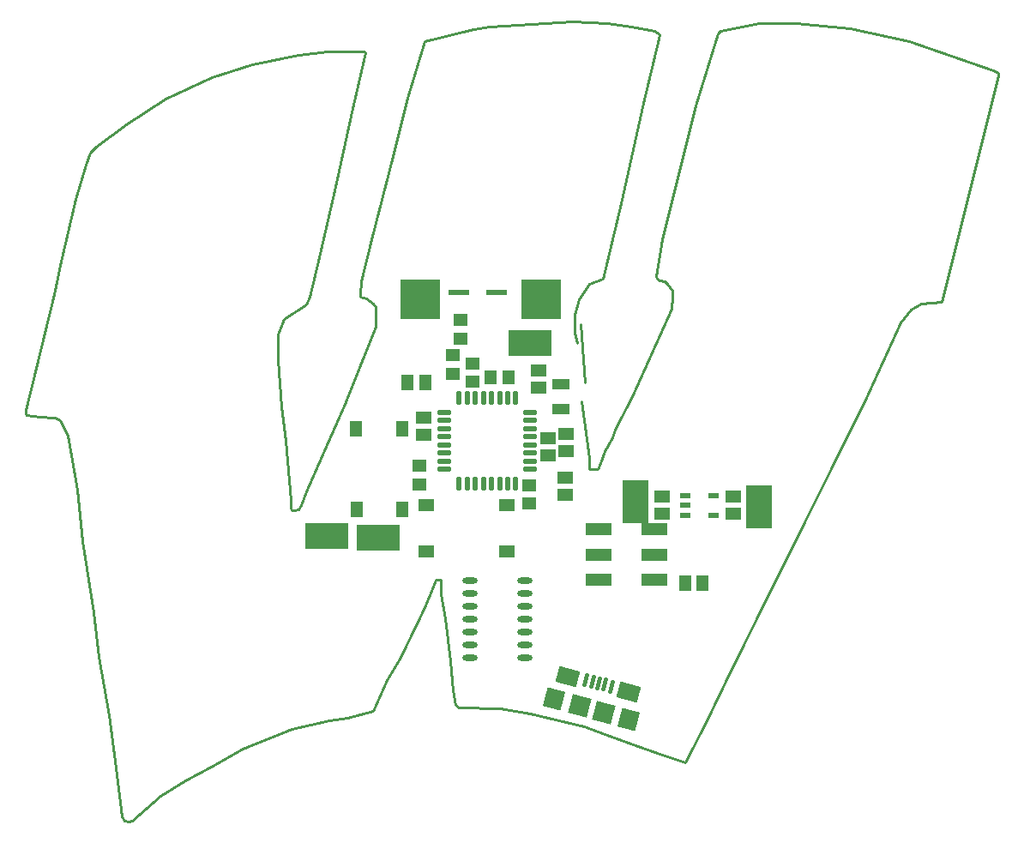
<source format=gbp>
G04*
G04 #@! TF.GenerationSoftware,Altium Limited,Altium Designer,18.0.9 (584)*
G04*
G04 Layer_Color=128*
%FSLAX25Y25*%
%MOIN*%
G70*
G01*
G75*
%ADD10C,0.01000*%
%ADD27R,0.05118X0.05906*%
%ADD28R,0.05906X0.05118*%
%ADD80R,0.07087X0.03937*%
%ADD81R,0.06102X0.05118*%
%ADD82R,0.05118X0.06102*%
%ADD83R,0.03937X0.02362*%
%ADD84R,0.16535X0.10236*%
%ADD85R,0.10236X0.16535*%
%ADD86R,0.09843X0.04724*%
%ADD87R,0.05512X0.04724*%
%ADD88R,0.04724X0.05512*%
%ADD89R,0.15748X0.15748*%
G04:AMPARAMS|DCode=90|XSize=15.75mil|YSize=53.15mil|CornerRadius=0mil|HoleSize=0mil|Usage=FLASHONLY|Rotation=165.000|XOffset=0mil|YOffset=0mil|HoleType=Round|Shape=Rectangle|*
%AMROTATEDRECTD90*
4,1,4,0.01448,0.02363,0.00073,-0.02771,-0.01448,-0.02363,-0.00073,0.02771,0.01448,0.02363,0.0*
%
%ADD90ROTATEDRECTD90*%

G04:AMPARAMS|DCode=91|XSize=82.68mil|YSize=62.99mil|CornerRadius=0mil|HoleSize=0mil|Usage=FLASHONLY|Rotation=165.000|XOffset=0mil|YOffset=0mil|HoleType=Round|Shape=Rectangle|*
%AMROTATEDRECTD91*
4,1,4,0.04808,0.01972,0.03178,-0.04112,-0.04808,-0.01972,-0.03178,0.04112,0.04808,0.01972,0.0*
%
%ADD91ROTATEDRECTD91*%

G04:AMPARAMS|DCode=92|XSize=70.87mil|YSize=74.8mil|CornerRadius=0mil|HoleSize=0mil|Usage=FLASHONLY|Rotation=165.000|XOffset=0mil|YOffset=0mil|HoleType=Round|Shape=Rectangle|*
%AMROTATEDRECTD92*
4,1,4,0.04391,0.02696,0.02455,-0.04530,-0.04391,-0.02696,-0.02455,0.04530,0.04391,0.02696,0.0*
%
%ADD92ROTATEDRECTD92*%

%ADD93P,0.10579X4X210.0*%
%ADD94R,0.07874X0.02362*%
%ADD95O,0.05906X0.02362*%
%ADD96O,0.05709X0.02165*%
%ADD97O,0.02165X0.05709*%
D10*
X418200Y351247D02*
X419700Y328747D01*
X542500Y352000D02*
X546500Y357000D01*
X311500Y286500D02*
X317500Y300000D01*
X306000Y194000D02*
X320500Y197500D01*
X230000Y420500D02*
X241500Y429000D01*
X337500Y201000D02*
X343000Y213000D01*
X214000Y315000D02*
X216000Y314000D01*
X313000Y362000D02*
X316500Y377500D01*
X446000Y340500D02*
X453500Y357500D01*
X450000Y184000D02*
X456000Y182000D01*
X427000Y369000D02*
X434000Y398500D01*
X450000Y384500D02*
X463000Y436500D01*
X416000Y348000D02*
X417000Y344000D01*
X231000Y222000D02*
X235000Y199500D01*
X431500Y310500D02*
X438500Y324000D01*
X472500Y465500D02*
X487500Y468500D01*
X290500Y452500D02*
X308500Y456000D01*
X417500Y361000D02*
X421500Y367000D01*
X333000Y336500D02*
X338500Y350500D01*
X427500Y192000D02*
X438500Y188000D01*
X308500Y279500D02*
X309500Y281000D01*
X398500Y200000D02*
X419500Y195000D01*
X329000Y432500D02*
X334000Y454000D01*
X357500Y241500D02*
X361000Y249500D01*
X222500Y287000D02*
X224500Y267000D01*
X257000Y439000D02*
X275000Y447500D01*
X456000Y182000D02*
X459000Y181000D01*
X502000Y468500D02*
X523000Y466500D01*
X453500Y357500D02*
X454000Y362000D01*
X546000Y461500D02*
X578500Y450000D01*
X438500Y324000D02*
X446000Y340500D01*
X415000Y469000D02*
X428500Y468500D01*
X216000Y374500D02*
X222000Y400000D01*
X419500Y195000D02*
X427500Y192000D01*
X471500Y464500D02*
X472500Y465500D01*
X416000Y355000D02*
X417500Y361000D01*
X287000Y186500D02*
X306000Y194000D01*
X242500Y158000D02*
X244000Y158500D01*
X224500Y267000D02*
X229000Y239500D01*
X300500Y337500D02*
Y347500D01*
X383000Y467000D02*
X415000Y469000D01*
X428500Y468500D02*
X438000Y467000D01*
X334000Y457500D02*
X334500Y457000D01*
X528500Y321500D02*
X542500Y352000D01*
X303000Y353500D02*
X311500Y359000D01*
X215000Y369500D02*
X216000Y374500D01*
X426000Y297500D02*
X427500Y302000D01*
X448500Y462500D02*
X449000Y464000D01*
X345000Y415500D02*
X351000Y439500D01*
X332500Y362000D02*
X335000Y361500D01*
X255000Y168000D02*
X264500Y174000D01*
X275000Y447500D02*
X290500Y452500D01*
X208000Y315500D02*
X214000Y315000D01*
X241000Y158500D02*
X242500Y158000D01*
X303500Y306000D02*
X305500Y283000D01*
X244000Y158500D02*
X255000Y168000D01*
X448000Y369000D02*
X449000Y368500D01*
X523000Y466500D02*
X546000Y461500D01*
X274500Y179500D02*
X287000Y186500D01*
X454000Y362000D02*
Y364500D01*
X367500Y220500D02*
X368500Y209000D01*
X429000Y304500D02*
X430500Y307500D01*
X264500Y174000D02*
X274500Y179500D01*
X447500Y370000D02*
X450000Y384500D01*
X354500Y235000D02*
X357500Y241500D01*
X365500Y237000D02*
X367500Y220500D01*
X452000Y367000D02*
X454000Y364500D01*
X421500Y367000D02*
X427000Y369000D01*
X416000Y348000D02*
Y355000D01*
X580500Y448000D02*
Y449000D01*
X447500Y370000D02*
X448000Y369000D01*
X427500Y302000D02*
X429000Y304500D01*
X222000Y400000D02*
X226000Y413500D01*
X449000Y368500D02*
X451000Y368000D01*
X337500Y359500D02*
X338500Y358000D01*
X558500Y360000D02*
X580500Y448000D01*
X322500Y403500D02*
X329000Y432500D01*
X311500Y359000D02*
X313000Y362000D01*
X219000Y308000D02*
X222500Y287000D01*
X387000Y202000D02*
X398500Y200000D01*
X308500Y456000D02*
X320000Y457500D01*
X421500Y295000D02*
Y299500D01*
X227500Y418000D02*
X230000Y420500D01*
X463000Y436500D02*
X471500Y464500D01*
X376500Y466000D02*
X383000Y467000D01*
X487500Y468500D02*
X502000D01*
X425000Y295000D02*
X426000Y297500D01*
X334000Y454000D02*
X334500Y457000D01*
X213500Y363000D02*
X215000Y369500D01*
X362000Y252000D02*
X364000D01*
X430500Y307500D02*
X431500Y310500D01*
X332500Y363000D02*
X333000Y368000D01*
X203000Y316000D02*
X208000Y315500D01*
X459000Y181000D02*
X467500Y198000D01*
X476000Y215500D02*
X492500Y249000D01*
X528500Y321500D01*
X451000Y368000D02*
X452000Y367000D01*
X226000Y413500D02*
X227500Y418000D01*
X240000Y160000D02*
X241000Y158500D01*
X241500Y429000D02*
X257000Y439000D01*
X316500Y377500D02*
X322500Y403500D01*
X237500Y179000D02*
X240000Y160000D01*
X320500Y197500D02*
X327500Y198500D01*
X467500Y198000D02*
X476000Y215500D01*
X438500Y188000D02*
X450000Y184000D01*
X333000Y368000D02*
X337000Y384500D01*
X302000Y319500D02*
X303500Y306000D01*
X364000Y246500D02*
Y252000D01*
X421500Y295000D02*
X425000D01*
X335000Y361500D02*
X337500Y359500D01*
X202500Y316500D02*
Y318000D01*
X578500Y450000D02*
X580500Y449000D01*
X368500Y209000D02*
X369500Y203500D01*
X338500Y350500D02*
Y358000D01*
X438500Y419500D02*
X442500Y437500D01*
X357500Y461500D02*
X376500Y466000D01*
X235000Y199500D02*
X237500Y179000D01*
X550500Y359500D02*
X558500Y360000D01*
X206500Y334500D02*
X213500Y363000D01*
X369500Y203500D02*
X371000Y202500D01*
X202500Y318000D02*
X206500Y334500D01*
X320000Y457500D02*
X334000D01*
X447000Y465500D02*
X449000Y464000D01*
X361000Y249500D02*
X362000Y252000D01*
X300500Y337500D02*
X302000Y319500D01*
X364000Y246500D02*
X365500Y237000D01*
X229000Y239500D02*
X231000Y222000D01*
X418500Y321500D02*
X421500Y299500D01*
X343000Y213000D02*
X348000Y221500D01*
X351000Y439500D02*
X357500Y461500D01*
X305500Y280000D02*
Y283000D01*
X327500Y198500D02*
X337500Y201000D01*
X442500Y437500D02*
X448500Y462500D01*
X317500Y300000D02*
X326500Y320500D01*
X434000Y398500D02*
X438500Y419500D01*
X300500Y347500D02*
X303000Y353500D01*
X307000Y279000D02*
X308500Y279500D01*
X202500Y316500D02*
X203000Y316000D01*
X337000Y384500D02*
X345000Y415500D01*
X309500Y281000D02*
X311500Y286500D01*
X371000Y202500D02*
X387000Y202000D01*
X348000Y221500D02*
X354500Y235000D01*
X546500Y357000D02*
X550500Y359500D01*
X332500Y362000D02*
Y363000D01*
X305500Y280000D02*
X306000Y279000D01*
X216000Y314000D02*
X219000Y308000D01*
X438000Y467000D02*
X447000Y465500D01*
X306000Y279000D02*
X307000D01*
X326500Y320500D02*
X333000Y336500D01*
D27*
X458787Y250602D02*
D03*
X465480D02*
D03*
X351007Y328800D02*
D03*
X357700D02*
D03*
D28*
X412147Y291616D02*
D03*
Y284923D02*
D03*
X405400Y307193D02*
D03*
Y300500D02*
D03*
X357100Y308254D02*
D03*
Y314946D02*
D03*
X402000Y333346D02*
D03*
Y326654D02*
D03*
X412600Y302054D02*
D03*
Y308746D02*
D03*
X477413Y284260D02*
D03*
Y277567D02*
D03*
X449912D02*
D03*
Y284260D02*
D03*
D80*
X410500Y318200D02*
D03*
Y328043D02*
D03*
D81*
X358300Y262900D02*
D03*
X389599Y263183D02*
D03*
X358300Y280900D02*
D03*
X389599D02*
D03*
D82*
X330900Y310550D02*
D03*
X331184Y279250D02*
D03*
X348900Y310550D02*
D03*
Y279250D02*
D03*
D83*
X469713Y277160D02*
D03*
Y284640D02*
D03*
X458887D02*
D03*
Y280900D02*
D03*
Y277160D02*
D03*
D84*
X319500Y269000D02*
D03*
X339400Y268500D02*
D03*
X398500Y344100D02*
D03*
D85*
X487666Y280260D02*
D03*
X439659Y282260D02*
D03*
D86*
X425273Y251958D02*
D03*
Y261800D02*
D03*
Y271642D02*
D03*
X446927Y251958D02*
D03*
Y261800D02*
D03*
Y271642D02*
D03*
D87*
X371400Y345857D02*
D03*
Y352943D02*
D03*
X376300Y336187D02*
D03*
Y329100D02*
D03*
X398200Y288743D02*
D03*
Y281657D02*
D03*
X355400Y289157D02*
D03*
Y296243D02*
D03*
X368400Y339243D02*
D03*
Y332157D02*
D03*
D88*
X383057Y330700D02*
D03*
X390143D02*
D03*
D89*
X403000Y361000D02*
D03*
X355756Y361000D02*
D03*
D90*
X430129Y210522D02*
D03*
X427600Y211200D02*
D03*
X425185Y211847D02*
D03*
X422713Y212509D02*
D03*
X420241Y213172D02*
D03*
D91*
X436847Y208213D02*
D03*
X413269Y214530D02*
D03*
D92*
X436910Y197802D02*
D03*
X408009Y205546D02*
D03*
D93*
X427023Y200452D02*
D03*
X417896Y202897D02*
D03*
D94*
X385464Y363800D02*
D03*
X370700D02*
D03*
D95*
X396500Y251700D02*
D03*
Y246700D02*
D03*
Y241700D02*
D03*
Y236700D02*
D03*
Y231700D02*
D03*
Y226700D02*
D03*
Y221700D02*
D03*
X375240Y251700D02*
D03*
Y246700D02*
D03*
Y241700D02*
D03*
Y236700D02*
D03*
Y231700D02*
D03*
Y226700D02*
D03*
Y221700D02*
D03*
D96*
X398600Y317048D02*
D03*
Y313898D02*
D03*
Y310749D02*
D03*
Y307599D02*
D03*
Y304450D02*
D03*
Y301300D02*
D03*
Y298150D02*
D03*
Y295001D02*
D03*
X365332D02*
D03*
Y298150D02*
D03*
Y301300D02*
D03*
Y304450D02*
D03*
Y307599D02*
D03*
Y310749D02*
D03*
Y313898D02*
D03*
Y317048D02*
D03*
D97*
X392990Y289390D02*
D03*
X389840D02*
D03*
X386690D02*
D03*
X383541D02*
D03*
X380391D02*
D03*
X377242D02*
D03*
X374092D02*
D03*
X370942D02*
D03*
Y322658D02*
D03*
X374092D02*
D03*
X377242D02*
D03*
X380391D02*
D03*
X383541D02*
D03*
X386690D02*
D03*
X389840D02*
D03*
X392990D02*
D03*
M02*

</source>
